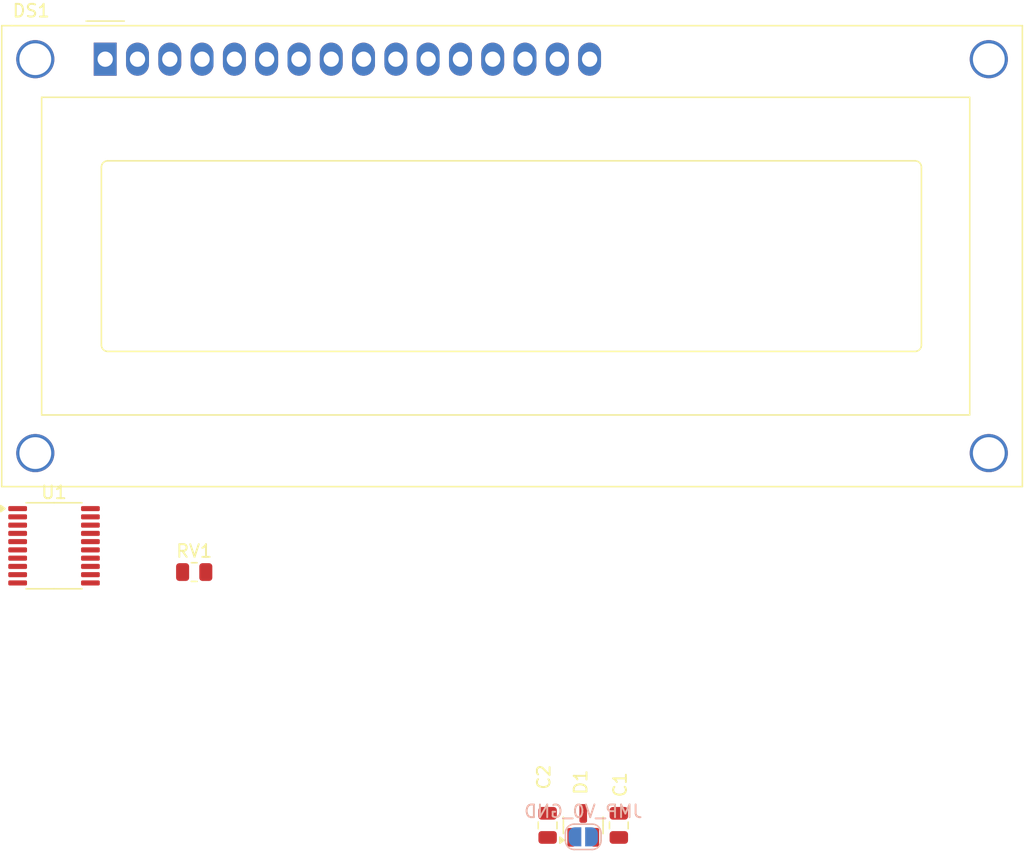
<source format=kicad_pcb>
(kicad_pcb (version 20240108) (generator "pcbnew") (generator_version "8.0")
  (layers (0 "F.Cu" signal) (31 "B.Cu" signal) (34 "B.Paste" user) (35 "F.Paste" user) (36 "B.SilkS" user "B.Silkscreen") (37 "F.SilkS" user "F.Silkscreen") (38 "B.Mask" user) (39 "F.Mask" user) (44 "Edge.Cuts" user))
  (net 0 "")
  (net 1 "/CHRGPMP")
  (net 2 "Net-(D1-COM)")
  (net 3 "Net-(D1-A)")
  (net 4 "GND")
  (net 5 "/VBUS_VIN")
  (net 6 "/LCD_DA_2")
  (net 7 "/LCD_RS")
  (net 8 "/LCD_DA_0")
  (net 11 "/LCD_CONTRAST")
  (net 12 "/LCD_DA_1")
  (net 14 "/LCD_RW")
  (net 15 "/LCD_DA_3")
  (net 17 "/LCD_EN")
  (net 19 "/NRST")
  (net 25 "/SWIO")
  (net 26 "/UART_TX")
  (net 27 "/UART_RX")
  (net 28 "/LCD_BL")
  (footprint "Display:WC1602A" (layer "F.Cu") (at 22.50052 17.9993)
    (property "Reference" "DS1" (at -5.82 -3.81 0) (layer "F.SilkS"))
    (property "Value" "WC1602A")
    (fp_line (start -8.14 -2.64) (end -8.14 33.64) (stroke (width 0.12)) (layer "F.SilkS"))
    (fp_line (start -8.14 33.64) (end 72.14 33.64) (stroke (width 0.12)) (layer "F.SilkS"))
    (fp_line (start -8.13 -2.64) (end -7.34 -2.64) (stroke (width 0.12)) (layer "F.SilkS"))
    (fp_line (start -5 3) (end 68 3) (stroke (width 0.12)) (layer "F.SilkS"))
    (fp_line (start -5 28) (end -5 3) (stroke (width 0.12)) (layer "F.SilkS"))
    (fp_line (start -1.5 -3) (end 1.5 -3) (stroke (width 0.12)) (layer "F.SilkS"))
    (fp_line (start -0.29972 22.49932) (end -0.29972 8.5) (stroke (width 0.12)) (layer "F.SilkS"))
    (fp_line (start 0.2 8) (end 63.7 8) (stroke (width 0.12)) (layer "F.SilkS"))
    (fp_line (start 63.70066 23) (end 0.2 23) (stroke (width 0.12)) (layer "F.SilkS"))
    (fp_line (start 64.2 8.5) (end 64.2 22.5) (stroke (width 0.12)) (layer "F.SilkS"))
    (fp_line (start 68 3) (end 68 28) (stroke (width 0.12)) (layer "F.SilkS"))
    (fp_line (start 68 28) (end -5 28) (stroke (width 0.12)) (layer "F.SilkS"))
    (fp_line (start 72.14 -2.64) (end -7.34 -2.64) (stroke (width 0.12)) (layer "F.SilkS"))
    (fp_line (start 72.14 33.64) (end 72.14 -2.64) (stroke (width 0.12)) (layer "F.SilkS"))
    (fp_arc (start -0.29972 8.49884) (mid -0.153162 8.145018) (end 0.20066 7.99846) (stroke (width 0.12)) (layer "F.SilkS"))
    (fp_arc (start 0.20066 22.9997) (mid -0.153162 22.853142) (end -0.29972 22.49932) (stroke (width 0.12)) (layer "F.SilkS"))
    (fp_arc (start 63.7 8) (mid 64.053553 8.146447) (end 64.2 8.5) (stroke (width 0.12)) (layer "F.SilkS"))
    (fp_arc (start 64.20104 22.49932) (mid 64.054473 22.853115) (end 63.70066 22.9997) (stroke (width 0.12)) (layer "F.SilkS"))
    (pad "" thru_hole circle (at -5.4991 0) (size 3 3) (drill 2.5) (layers "*.Cu" "*.Mask"))
    (pad "" thru_hole circle (at -5.4991 31.0007) (size 3 3) (drill 2.5) (layers "*.Cu" "*.Mask"))
    (pad "" thru_hole circle (at 69.49948 31.0007) (size 3 3) (drill 2.5) (layers "*.Cu" "*.Mask"))
    (pad "" thru_hole circle (at 69.5 0) (size 3 3) (drill 2.5) (layers "*.Cu" "*.Mask"))
    (pad "1" thru_hole rect (at 0 0) (size 1.8 2.6) (drill 1.2) (layers "*.Cu" "*.Mask") (net 4 "GND"))
    (pad "2" thru_hole oval (at 2.54 0) (size 1.8 2.6) (drill 1.2) (layers "*.Cu" "*.Mask") (net 5 "/VBUS_VIN"))
    (pad "3" thru_hole oval (at 5.08 0) (size 1.8 2.6) (drill 1.2) (layers "*.Cu" "*.Mask") (net 11 "/LCD_CONTRAST"))
    (pad "4" thru_hole oval (at 7.62 0) (size 1.8 2.6) (drill 1.2) (layers "*.Cu" "*.Mask") (net 7 "/LCD_RS"))
    (pad "5" thru_hole oval (at 10.16 0) (size 1.8 2.6) (drill 1.2) (layers "*.Cu" "*.Mask") (net 14 "/LCD_RW"))
    (pad "6" thru_hole oval (at 12.7 0) (size 1.8 2.6) (drill 1.2) (layers "*.Cu" "*.Mask") (net 17 "/LCD_EN"))
    (pad "7" thru_hole oval (at 15.24 0) (size 1.8 2.6) (drill 1.2) (layers "*.Cu" "*.Mask"))
    (pad "8" thru_hole oval (at 17.78 0) (size 1.8 2.6) (drill 1.2) (layers "*.Cu" "*.Mask"))
    (pad "9" thru_hole oval (at 20.32 0) (size 1.8 2.6) (drill 1.2) (layers "*.Cu" "*.Mask"))
    (pad "10" thru_hole oval (at 22.86 0) (size 1.8 2.6) (drill 1.2) (layers "*.Cu" "*.Mask"))
    (pad "11" thru_hole oval (at 25.4 0) (size 1.8 2.6) (drill 1.2) (layers "*.Cu" "*.Mask") (net 8 "/LCD_DA_0"))
    (pad "12" thru_hole oval (at 27.94 0) (size 1.8 2.6) (drill 1.2) (layers "*.Cu" "*.Mask") (net 12 "/LCD_DA_1"))
    (pad "13" thru_hole oval (at 30.48 0) (size 1.8 2.6) (drill 1.2) (layers "*.Cu" "*.Mask") (net 6 "/LCD_DA_2"))
    (pad "14" thru_hole oval (at 33.02 0) (size 1.8 2.6) (drill 1.2) (layers "*.Cu" "*.Mask") (net 15 "/LCD_DA_3"))
    (pad "15" thru_hole oval (at 35.56 0) (size 1.8 2.6) (drill 1.2) (layers "*.Cu" "*.Mask") (net 5 "/VBUS_VIN"))
    (pad "16" thru_hole oval (at 38.1 0) (size 1.8 2.6) (drill 1.2) (layers "*.Cu" "*.Mask"))
  )
  (footprint "Package_TO_SOT_SMD:SOT-23" (layer "F.Cu") (at 60.1 78.3 90)
    (property "Reference" "D1" (at 3.4 -0.2 90) (layer "F.SilkS"))
    (property "Value" "BAT54S")
    (fp_line (start 0 -1.560001) (end 0.65 -1.56) (stroke (width 0.12)) (layer "F.SilkS"))
    (fp_line (start 0 -1.560001) (end -0.65 -1.56) (stroke (width 0.12)) (layer "F.SilkS"))
    (fp_line (start 0 1.560001) (end 0.65 1.56) (stroke (width 0.12)) (layer "F.SilkS"))
    (fp_line (start 0 1.560001) (end -0.65 1.56) (stroke (width 0.12)) (layer "F.SilkS"))
    (fp_poly (pts (xy -1.1625 -1.51) (xy -1.4025 -1.84) (xy -0.9225 -1.839999) (xy -1.1625 -1.51)) (stroke (width 0.12)) (fill solid) (layer "F.SilkS"))
    (pad "1" smd roundrect (at -0.9375 -0.95 90) (size 1.475 0.6) (layers "F.Cu" "F.Paste" "F.Mask") (net 3 "Net-(D1-A)"))
    (pad "2" smd roundrect (at -0.9375 0.95 90) (size 1.475 0.6) (layers "F.Cu" "F.Paste" "F.Mask") (net 4 "GND"))
    (pad "3" smd roundrect (at 0.937501 0 90) (size 1.475 0.6) (layers "F.Cu" "F.Paste" "F.Mask") (net 2 "Net-(D1-COM)"))
  )
  (footprint "Package_SO:TSSOP-20_4.4x6.5mm_P0.65mm" (layer "F.Cu") (at 18.47552 56.2943)
    (property "Reference" "U1" (at 0 -4.2 0) (layer "F.SilkS"))
    (property "Value" "CH32V003")
    (fp_line (start 0 -3.385) (end -2.2 -3.385) (stroke (width 0.12)) (layer "F.SilkS"))
    (fp_line (start 0 -3.385) (end 2.2 -3.385) (stroke (width 0.12)) (layer "F.SilkS"))
    (fp_line (start 0 3.385) (end -2.2 3.385) (stroke (width 0.12)) (layer "F.SilkS"))
    (fp_line (start 0 3.385) (end 2.2 3.385) (stroke (width 0.12)) (layer "F.SilkS"))
    (fp_poly (pts (xy -3.86 -2.925) (xy -4.19 -3.165) (xy -4.19 -2.685) (xy -3.86 -2.925)) (stroke (width 0.12)) (fill solid) (layer "F.SilkS"))
    (pad "1" smd roundrect (at -2.8625 -2.925) (size 1.475 0.4) (layers "F.Cu" "F.Paste" "F.Mask") (net 1 "/CHRGPMP"))
    (pad "2" smd roundrect (at -2.8625 -2.275) (size 1.475 0.4) (layers "F.Cu" "F.Paste" "F.Mask") (net 26 "/UART_TX"))
    (pad "3" smd roundrect (at -2.8625 -1.625) (size 1.475 0.4) (layers "F.Cu" "F.Paste" "F.Mask") (net 27 "/UART_RX"))
    (pad "4" smd roundrect (at -2.8625 -0.975) (size 1.475 0.4) (layers "F.Cu" "F.Paste" "F.Mask") (net 19 "/NRST"))
    (pad "5" smd roundrect (at -2.8625 -0.325) (size 1.475 0.4) (layers "F.Cu" "F.Paste" "F.Mask"))
    (pad "6" smd roundrect (at -2.8625 0.325) (size 1.475 0.4) (layers "F.Cu" "F.Paste" "F.Mask"))
    (pad "7" smd roundrect (at -2.8625 0.975) (size 1.475 0.4) (layers "F.Cu" "F.Paste" "F.Mask") (net 4 "GND"))
    (pad "8" smd roundrect (at -2.8625 1.625) (size 1.475 0.4) (layers "F.Cu" "F.Paste" "F.Mask") (net 28 "/LCD_BL"))
    (pad "9" smd roundrect (at -2.8625 2.275) (size 1.475 0.4) (layers "F.Cu" "F.Paste" "F.Mask") (net 5 "/VBUS_VIN"))
    (pad "10" smd roundrect (at -2.8625 2.925) (size 1.475 0.4) (layers "F.Cu" "F.Paste" "F.Mask") (net 7 "/LCD_RS"))
    (pad "11" smd roundrect (at 2.8625 2.925) (size 1.475 0.4) (layers "F.Cu" "F.Paste" "F.Mask") (net 14 "/LCD_RW"))
    (pad "12" smd roundrect (at 2.8625 2.275) (size 1.475 0.4) (layers "F.Cu" "F.Paste" "F.Mask") (net 17 "/LCD_EN"))
    (pad "13" smd roundrect (at 2.8625 1.625) (size 1.475 0.4) (layers "F.Cu" "F.Paste" "F.Mask") (net 8 "/LCD_DA_0"))
    (pad "14" smd roundrect (at 2.8625 0.975) (size 1.475 0.4) (layers "F.Cu" "F.Paste" "F.Mask") (net 12 "/LCD_DA_1"))
    (pad "15" smd roundrect (at 2.8625 0.325) (size 1.475 0.4) (layers "F.Cu" "F.Paste" "F.Mask") (net 6 "/LCD_DA_2"))
    (pad "16" smd roundrect (at 2.8625 -0.325) (size 1.475 0.4) (layers "F.Cu" "F.Paste" "F.Mask") (net 15 "/LCD_DA_3"))
    (pad "17" smd roundrect (at 2.8625 -0.975) (size 1.475 0.4) (layers "F.Cu" "F.Paste" "F.Mask"))
    (pad "18" smd roundrect (at 2.8625 -1.625) (size 1.475 0.4) (layers "F.Cu" "F.Paste" "F.Mask") (net 25 "/SWIO"))
    (pad "19" smd roundrect (at 2.8625 -2.275) (size 1.475 0.4) (layers "F.Cu" "F.Paste" "F.Mask"))
    (pad "20" smd roundrect (at 2.8625 -2.925) (size 1.475 0.4) (layers "F.Cu" "F.Paste" "F.Mask"))
  )
  (footprint "Capacitor_SMD:C_0805_2012Metric" (layer "F.Cu") (at 57.3 78.3 90)
    (property "Reference" "C2" (at 3.8 -0.3 90) (layer "F.SilkS"))
    (property "Value" "1uF")
    (fp_line (start -0.261253 -0.735) (end 0.261253 -0.735) (stroke (width 0.12)) (layer "F.SilkS"))
    (fp_line (start -0.261253 0.735) (end 0.261253 0.735) (stroke (width 0.12)) (layer "F.SilkS"))
    (pad "1" smd roundrect (at -0.949999 0 90) (size 1 1.45) (layers "F.Cu" "F.Paste" "F.Mask") (net 3 "Net-(D1-A)"))
    (pad "2" smd roundrect (at 0.949999 0 90) (size 1 1.45) (layers "F.Cu" "F.Paste" "F.Mask") (net 4 "GND"))
  )
  (footprint "Capacitor_SMD:C_0805_2012Metric" (layer "F.Cu") (at 62.9 78.3 90)
    (property "Reference" "C1" (at 3.2 0.1 90) (layer "F.SilkS"))
    (property "Value" "1uF")
    (fp_line (start -0.261253 -0.735) (end 0.261253 -0.735) (stroke (width 0.12)) (layer "F.SilkS"))
    (fp_line (start -0.261253 0.735) (end 0.261253 0.735) (stroke (width 0.12)) (layer "F.SilkS"))
    (pad "1" smd roundrect (at -0.949999 0 90) (size 1 1.45) (layers "F.Cu" "F.Paste" "F.Mask") (net 1 "/CHRGPMP"))
    (pad "2" smd roundrect (at 0.949999 0 90) (size 1 1.45) (layers "F.Cu" "F.Paste" "F.Mask") (net 2 "Net-(D1-COM)"))
  )
  (footprint "Resistor_SMD:R_0805_2012Metric" (layer "F.Cu") (at 29.50052 58.3643)
    (property "Reference" "RV1" (at 0 -1.65 0) (layer "F.SilkS"))
    (property "Value" "20K")
    (fp_line (start -0.227064 -0.735) (end 0.227064 -0.735) (stroke (width 0.12)) (layer "F.SilkS"))
    (fp_line (start -0.227064 0.735) (end 0.227064 0.735) (stroke (width 0.12)) (layer "F.SilkS"))
    (pad "1" smd roundrect (at -0.9125 0) (size 1.025 1.4) (layers "F.Cu" "F.Paste" "F.Mask") (roundrect_rratio 0.243902) (net 3 "Net-(D1-A)"))
    (pad "2" smd roundrect (at 0.9125 0) (size 1.025 1.4) (layers "F.Cu" "F.Paste" "F.Mask") (roundrect_rratio 0.243902) (net 11 "/LCD_CONTRAST"))
  )
  (footprint "Jumper:SolderJumper-2_P1.3mm_Open_RoundedPad1.0x1.5mm" (layer "B.Cu") (at 60.1 79.2 180)
    (property "Reference" "JP1" (hide yes))
    (property "Value" "JMP_V0_GND" (at 0 2.000001 360) (layer "B.SilkS") (effects (justify mirror)))
    (fp_line (start 1.4 -0.300001) (end 1.4 0.300001) (stroke (width 0.12)) (layer "B.SilkS"))
    (fp_line (start 0.7 1) (end -0.7 1) (stroke (width 0.12)) (layer "B.SilkS"))
    (fp_line (start -0.7 -1) (end 0.7 -1) (stroke (width 0.12)) (layer "B.SilkS"))
    (fp_line (start -1.4 0.300001) (end -1.4 -0.300001) (stroke (width 0.12)) (layer "B.SilkS"))
    (fp_arc (start 1.4 0.300001) (mid 1.194974 0.794975) (end 0.7 1) (stroke (width 0.12)) (layer "B.SilkS"))
    (fp_arc (start 0.7 -1) (mid 1.194974 -0.794975) (end 1.4 -0.300001) (stroke (width 0.12)) (layer "B.SilkS"))
    (fp_arc (start -0.7 1) (mid -1.194975 0.794975) (end -1.4 0.300001) (stroke (width 0.12)) (layer "B.SilkS"))
    (fp_arc (start -1.4 -0.300001) (mid -1.194975 -0.794975) (end -0.7 -1) (stroke (width 0.12)) (layer "B.SilkS"))
    (pad "1" smd custom (at -0.649999 0 180) (size 1 0.5) (layers "B.Cu" "B.Mask") (net 4 "GND") (options (clearance outline) (anchor rect)) (primitives (gr_circle (center 0 -0.25) (end 0.5 -0.25) (width 0) (fill yes)) (gr_circle (center 0 0.25) (end 0.5 0.25) (width 0) (fill yes)) (gr_poly (pts (xy 0.5 -0.75) (xy 0 -0.75) (xy 0 0.75) (xy 0.5 0.75)) (width 0) (fill yes))))
    (pad "2" smd custom (at 0.649999 0 180) (size 1 0.5) (layers "B.Cu" "B.Mask") (net 3 "Net-(D1-A)") (options (clearance outline) (anchor rect)) (primitives (gr_circle (center 0 -0.25) (end 0.5 -0.25) (width 0) (fill yes)) (gr_circle (center 0 0.25) (end 0.5 0.25) (width 0) (fill yes)) (gr_poly (pts (xy 0 -0.75) (xy -0.5 -0.75) (xy -0.5 0.75) (xy 0 0.75)) (width 0) (fill yes))))
  )
)
</source>
